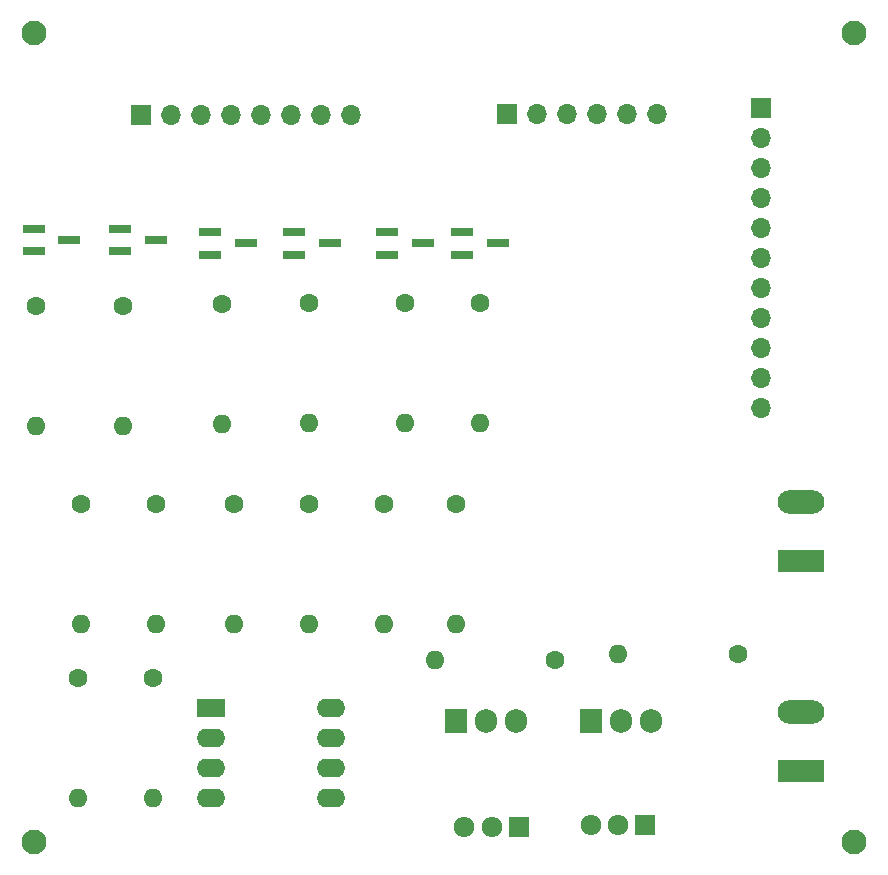
<source format=gbr>
%TF.GenerationSoftware,KiCad,Pcbnew,6.0.4*%
%TF.CreationDate,2022-04-27T14:32:22+02:00*%
%TF.ProjectId,Antenna-controller,416e7465-6e6e-4612-9d63-6f6e74726f6c,rev?*%
%TF.SameCoordinates,Original*%
%TF.FileFunction,Soldermask,Bot*%
%TF.FilePolarity,Negative*%
%FSLAX46Y46*%
G04 Gerber Fmt 4.6, Leading zero omitted, Abs format (unit mm)*
G04 Created by KiCad (PCBNEW 6.0.4) date 2022-04-27 14:32:22*
%MOMM*%
%LPD*%
G01*
G04 APERTURE LIST*
%ADD10O,1.600000X1.600000*%
%ADD11C,1.600000*%
%ADD12R,1.717500X1.800000*%
%ADD13O,1.717500X1.800000*%
%ADD14R,1.905000X2.000000*%
%ADD15O,1.905000X2.000000*%
%ADD16R,2.400000X1.600000*%
%ADD17O,2.400000X1.600000*%
%ADD18R,3.960000X1.980000*%
%ADD19O,3.960000X1.980000*%
%ADD20C,2.100000*%
%ADD21R,1.700000X1.700000*%
%ADD22O,1.700000X1.700000*%
%ADD23R,1.900000X0.800000*%
G04 APERTURE END LIST*
D10*
%TO.C,R13*%
X128524000Y-99568000D03*
D11*
X128524000Y-89408000D03*
%TD*%
%TO.C,R11*%
X132080000Y-72644000D03*
D10*
X132080000Y-82804000D03*
%TD*%
D12*
%TO.C,Q4*%
X176276000Y-116586000D03*
D13*
X173986000Y-116586000D03*
X171696000Y-116586000D03*
%TD*%
D14*
%TO.C,Q3*%
X171736000Y-107816000D03*
D15*
X174276000Y-107816000D03*
X176816000Y-107816000D03*
%TD*%
D12*
%TO.C,Q2*%
X165566000Y-116771000D03*
D13*
X163276000Y-116771000D03*
X160986000Y-116771000D03*
%TD*%
D14*
%TO.C,Q1*%
X160236000Y-107816000D03*
D15*
X162776000Y-107816000D03*
X165316000Y-107816000D03*
%TD*%
D10*
%TO.C,R12*%
X124738000Y-82804000D03*
D11*
X124738000Y-72644000D03*
%TD*%
D10*
%TO.C,R15*%
X160274000Y-99568000D03*
D11*
X160274000Y-89408000D03*
%TD*%
D16*
%TO.C,U1*%
X139517500Y-106690000D03*
D17*
X139517500Y-109230000D03*
X139517500Y-111770000D03*
X139517500Y-114310000D03*
X149677500Y-114310000D03*
X149677500Y-111770000D03*
X149677500Y-109230000D03*
X149677500Y-106690000D03*
%TD*%
D18*
%TO.C,M1*%
X189500000Y-112014000D03*
D19*
X189500000Y-107014000D03*
%TD*%
D20*
%TO.C,REF\u002A\u002A*%
X124500000Y-49500000D03*
%TD*%
D21*
%TO.C,s-lite1*%
X186125000Y-55880000D03*
D22*
X186125000Y-58420000D03*
X186125000Y-60960000D03*
X186125000Y-63500000D03*
X186125000Y-66040000D03*
X186125000Y-68580000D03*
X186125000Y-71120000D03*
X186125000Y-73660000D03*
X186125000Y-76200000D03*
X186125000Y-78740000D03*
X186125000Y-81280000D03*
%TD*%
D11*
%TO.C,R17*%
X147828000Y-89408000D03*
D10*
X147828000Y-99568000D03*
%TD*%
D11*
%TO.C,R1*%
X168656000Y-102616000D03*
D10*
X158496000Y-102616000D03*
%TD*%
D21*
%TO.C,U2*%
X133619000Y-56445000D03*
D22*
X136159000Y-56445000D03*
X138699000Y-56445000D03*
X141239000Y-56445000D03*
X143779000Y-56445000D03*
X146319000Y-56445000D03*
X148859000Y-56445000D03*
X151399000Y-56445000D03*
%TD*%
D10*
%TO.C,R16*%
X154178000Y-99568000D03*
D11*
X154178000Y-89408000D03*
%TD*%
D20*
%TO.C,REF\u002A\u002A*%
X124500000Y-118000000D03*
%TD*%
D11*
%TO.C,R10*%
X162306000Y-72419511D03*
D10*
X162306000Y-82579511D03*
%TD*%
%TO.C,R14*%
X134874000Y-99568000D03*
D11*
X134874000Y-89408000D03*
%TD*%
%TO.C,R5*%
X128270000Y-104140000D03*
D10*
X128270000Y-114300000D03*
%TD*%
D20*
%TO.C,REF\u002A\u002A*%
X194000000Y-49500000D03*
%TD*%
D11*
%TO.C,R2*%
X184150000Y-102108000D03*
D10*
X173990000Y-102108000D03*
%TD*%
D11*
%TO.C,R8*%
X147828000Y-72419511D03*
D10*
X147828000Y-82579511D03*
%TD*%
D21*
%TO.C,J2*%
X164592000Y-56388000D03*
D22*
X167132000Y-56388000D03*
X169672000Y-56388000D03*
X172212000Y-56388000D03*
X174752000Y-56388000D03*
X177292000Y-56388000D03*
%TD*%
D11*
%TO.C,R7*%
X140464757Y-72435000D03*
D10*
X140464757Y-82595000D03*
%TD*%
D11*
%TO.C,R18*%
X141478000Y-89408000D03*
D10*
X141478000Y-99568000D03*
%TD*%
D20*
%TO.C,REF\u002A\u002A*%
X194000000Y-118000000D03*
%TD*%
D11*
%TO.C,R9*%
X155956000Y-72419511D03*
D10*
X155956000Y-82579511D03*
%TD*%
D19*
%TO.C,J1*%
X189500000Y-89265000D03*
D18*
X189500000Y-94265000D03*
%TD*%
D11*
%TO.C,R6*%
X134620000Y-104140000D03*
D10*
X134620000Y-114300000D03*
%TD*%
D23*
%TO.C,Q10*%
X127508000Y-67056000D03*
X124508000Y-66106000D03*
X124508000Y-68006000D03*
%TD*%
%TO.C,Q5*%
X139456695Y-68291562D03*
X139456695Y-66391562D03*
X142456695Y-67341562D03*
%TD*%
%TO.C,Q9*%
X131850000Y-68006000D03*
X131850000Y-66106000D03*
X134850000Y-67056000D03*
%TD*%
%TO.C,Q6*%
X146558000Y-68289511D03*
X146558000Y-66389511D03*
X149558000Y-67339511D03*
%TD*%
%TO.C,Q7*%
X154456000Y-68289511D03*
X154456000Y-66389511D03*
X157456000Y-67339511D03*
%TD*%
%TO.C,Q8*%
X160806000Y-68289511D03*
X160806000Y-66389511D03*
X163806000Y-67339511D03*
%TD*%
M02*

</source>
